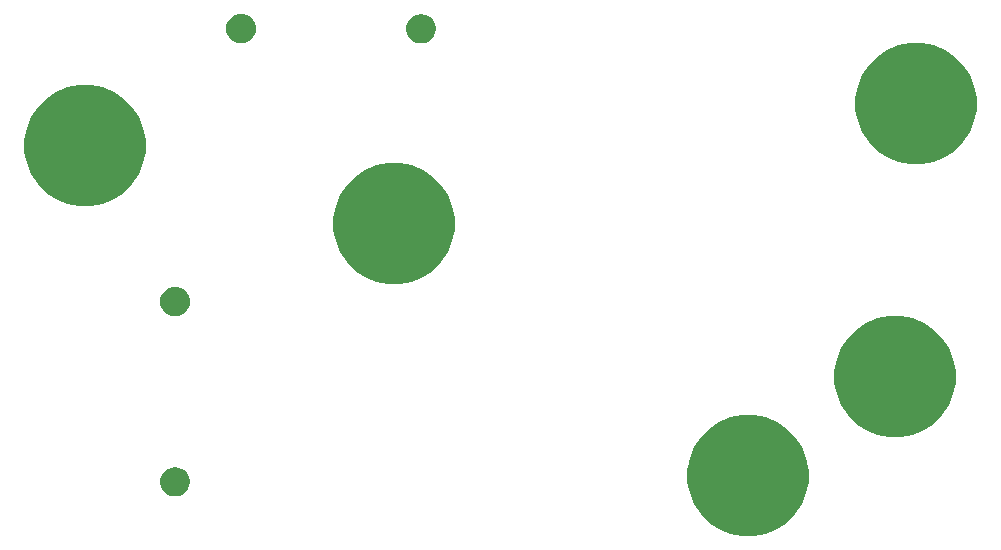
<source format=gbs>
G04 #@! TF.GenerationSoftware,KiCad,Pcbnew,(5.1.0)-1*
G04 #@! TF.CreationDate,2019-06-02T20:16:14+05:30*
G04 #@! TF.ProjectId,OpAmp,4f70416d-702e-46b6-9963-61645f706362,rev?*
G04 #@! TF.SameCoordinates,Original*
G04 #@! TF.FileFunction,Soldermask,Bot*
G04 #@! TF.FilePolarity,Negative*
%FSLAX46Y46*%
G04 Gerber Fmt 4.6, Leading zero omitted, Abs format (unit mm)*
G04 Created by KiCad (PCBNEW (5.1.0)-1) date 2019-06-02 20:16:14*
%MOMM*%
%LPD*%
G04 APERTURE LIST*
%ADD10C,0.100000*%
G04 APERTURE END LIST*
D10*
G36*
X154671009Y-111553591D02*
G01*
X155166658Y-111652181D01*
X156100440Y-112038967D01*
X156940822Y-112600492D01*
X157655508Y-113315178D01*
X158217033Y-114155560D01*
X158603819Y-115089342D01*
X158603819Y-115089344D01*
X158753731Y-115843000D01*
X158801000Y-116080641D01*
X158801000Y-117091359D01*
X158603819Y-118082658D01*
X158217033Y-119016440D01*
X157655508Y-119856822D01*
X156940822Y-120571508D01*
X156100440Y-121133033D01*
X155166658Y-121519819D01*
X154671008Y-121618410D01*
X154175361Y-121717000D01*
X153164639Y-121717000D01*
X152668992Y-121618410D01*
X152173342Y-121519819D01*
X151239560Y-121133033D01*
X150399178Y-120571508D01*
X149684492Y-119856822D01*
X149122967Y-119016440D01*
X148736181Y-118082658D01*
X148539000Y-117091359D01*
X148539000Y-116080641D01*
X148586270Y-115843000D01*
X148736181Y-115089344D01*
X148736181Y-115089342D01*
X149122967Y-114155560D01*
X149684492Y-113315178D01*
X150399178Y-112600492D01*
X151239560Y-112038967D01*
X152173342Y-111652181D01*
X152668991Y-111553591D01*
X153164639Y-111455000D01*
X154175361Y-111455000D01*
X154671009Y-111553591D01*
X154671009Y-111553591D01*
G37*
G36*
X105520903Y-115891075D02*
G01*
X105748571Y-115985378D01*
X105953466Y-116122285D01*
X106127715Y-116296534D01*
X106264622Y-116501429D01*
X106358925Y-116729097D01*
X106407000Y-116970787D01*
X106407000Y-117217213D01*
X106358925Y-117458903D01*
X106264622Y-117686571D01*
X106127715Y-117891466D01*
X105953466Y-118065715D01*
X105748571Y-118202622D01*
X105748570Y-118202623D01*
X105748569Y-118202623D01*
X105520903Y-118296925D01*
X105279214Y-118345000D01*
X105032786Y-118345000D01*
X104791097Y-118296925D01*
X104563431Y-118202623D01*
X104563430Y-118202623D01*
X104563429Y-118202622D01*
X104358534Y-118065715D01*
X104184285Y-117891466D01*
X104047378Y-117686571D01*
X103953075Y-117458903D01*
X103905000Y-117217213D01*
X103905000Y-116970787D01*
X103953075Y-116729097D01*
X104047378Y-116501429D01*
X104184285Y-116296534D01*
X104358534Y-116122285D01*
X104563429Y-115985378D01*
X104791097Y-115891075D01*
X105032786Y-115843000D01*
X105279214Y-115843000D01*
X105520903Y-115891075D01*
X105520903Y-115891075D01*
G37*
G36*
X167117009Y-103171591D02*
G01*
X167612658Y-103270181D01*
X168546440Y-103656967D01*
X169386822Y-104218492D01*
X170101508Y-104933178D01*
X170663033Y-105773560D01*
X171049819Y-106707342D01*
X171247000Y-107698641D01*
X171247000Y-108709359D01*
X171049819Y-109700658D01*
X170663033Y-110634440D01*
X170101508Y-111474822D01*
X169386822Y-112189508D01*
X168546440Y-112751033D01*
X167612658Y-113137819D01*
X167117009Y-113236409D01*
X166621361Y-113335000D01*
X165610639Y-113335000D01*
X165114991Y-113236409D01*
X164619342Y-113137819D01*
X163685560Y-112751033D01*
X162845178Y-112189508D01*
X162130492Y-111474822D01*
X161568967Y-110634440D01*
X161182181Y-109700658D01*
X160985000Y-108709359D01*
X160985000Y-107698641D01*
X161182181Y-106707342D01*
X161568967Y-105773560D01*
X162130492Y-104933178D01*
X162845178Y-104218492D01*
X163685560Y-103656967D01*
X164619342Y-103270181D01*
X165114992Y-103171590D01*
X165610639Y-103073000D01*
X166621361Y-103073000D01*
X167117009Y-103171591D01*
X167117009Y-103171591D01*
G37*
G36*
X105401239Y-100621101D02*
G01*
X105637053Y-100692634D01*
X105854381Y-100808799D01*
X106044871Y-100965129D01*
X106201201Y-101155619D01*
X106317366Y-101372947D01*
X106388899Y-101608761D01*
X106413053Y-101854000D01*
X106388899Y-102099239D01*
X106317366Y-102335053D01*
X106201201Y-102552381D01*
X106044871Y-102742871D01*
X105854381Y-102899201D01*
X105637053Y-103015366D01*
X105401239Y-103086899D01*
X105217457Y-103105000D01*
X105094543Y-103105000D01*
X104910761Y-103086899D01*
X104674947Y-103015366D01*
X104457619Y-102899201D01*
X104267129Y-102742871D01*
X104110799Y-102552381D01*
X103994634Y-102335053D01*
X103923101Y-102099239D01*
X103898947Y-101854000D01*
X103923101Y-101608761D01*
X103994634Y-101372947D01*
X104110799Y-101155619D01*
X104267129Y-100965129D01*
X104457619Y-100808799D01*
X104674947Y-100692634D01*
X104910761Y-100621101D01*
X105094543Y-100603000D01*
X105217457Y-100603000D01*
X105401239Y-100621101D01*
X105401239Y-100621101D01*
G37*
G36*
X124699009Y-90217591D02*
G01*
X125194658Y-90316181D01*
X126128440Y-90702967D01*
X126968822Y-91264492D01*
X127683508Y-91979178D01*
X128245033Y-92819560D01*
X128631819Y-93753342D01*
X128829000Y-94744641D01*
X128829000Y-95755359D01*
X128631819Y-96746658D01*
X128245033Y-97680440D01*
X127683508Y-98520822D01*
X126968822Y-99235508D01*
X126128440Y-99797033D01*
X125194658Y-100183819D01*
X124699008Y-100282410D01*
X124203361Y-100381000D01*
X123192639Y-100381000D01*
X122696992Y-100282410D01*
X122201342Y-100183819D01*
X121267560Y-99797033D01*
X120427178Y-99235508D01*
X119712492Y-98520822D01*
X119150967Y-97680440D01*
X118764181Y-96746658D01*
X118567000Y-95755359D01*
X118567000Y-94744641D01*
X118764181Y-93753342D01*
X119150967Y-92819560D01*
X119712492Y-91979178D01*
X120427178Y-91264492D01*
X121267560Y-90702967D01*
X122201342Y-90316181D01*
X122696992Y-90217590D01*
X123192639Y-90119000D01*
X124203361Y-90119000D01*
X124699009Y-90217591D01*
X124699009Y-90217591D01*
G37*
G36*
X98537009Y-83613591D02*
G01*
X99032658Y-83712181D01*
X99966440Y-84098967D01*
X100806822Y-84660492D01*
X101521508Y-85375178D01*
X102083033Y-86215560D01*
X102469819Y-87149342D01*
X102667000Y-88140641D01*
X102667000Y-89151359D01*
X102469819Y-90142658D01*
X102083033Y-91076440D01*
X101521508Y-91916822D01*
X100806822Y-92631508D01*
X99966440Y-93193033D01*
X99032658Y-93579819D01*
X98537008Y-93678410D01*
X98041361Y-93777000D01*
X97030639Y-93777000D01*
X96534992Y-93678410D01*
X96039342Y-93579819D01*
X95105560Y-93193033D01*
X94265178Y-92631508D01*
X93550492Y-91916822D01*
X92988967Y-91076440D01*
X92602181Y-90142658D01*
X92405000Y-89151359D01*
X92405000Y-88140641D01*
X92602181Y-87149342D01*
X92988967Y-86215560D01*
X93550492Y-85375178D01*
X94265178Y-84660492D01*
X95105560Y-84098967D01*
X96039342Y-83712181D01*
X96534991Y-83613591D01*
X97030639Y-83515000D01*
X98041361Y-83515000D01*
X98537009Y-83613591D01*
X98537009Y-83613591D01*
G37*
G36*
X168895009Y-80057591D02*
G01*
X169390658Y-80156181D01*
X170324440Y-80542967D01*
X171164822Y-81104492D01*
X171879508Y-81819178D01*
X172441033Y-82659560D01*
X172827819Y-83593342D01*
X173025000Y-84584641D01*
X173025000Y-85595359D01*
X172827819Y-86586658D01*
X172441033Y-87520440D01*
X171879508Y-88360822D01*
X171164822Y-89075508D01*
X170324440Y-89637033D01*
X169390658Y-90023819D01*
X168912149Y-90119000D01*
X168399361Y-90221000D01*
X167388639Y-90221000D01*
X166875851Y-90119000D01*
X166397342Y-90023819D01*
X165463560Y-89637033D01*
X164623178Y-89075508D01*
X163908492Y-88360822D01*
X163346967Y-87520440D01*
X162960181Y-86586658D01*
X162763000Y-85595359D01*
X162763000Y-84584641D01*
X162960181Y-83593342D01*
X163346967Y-82659560D01*
X163908492Y-81819178D01*
X164623178Y-81104492D01*
X165463560Y-80542967D01*
X166397342Y-80156181D01*
X166892991Y-80057591D01*
X167388639Y-79959000D01*
X168399361Y-79959000D01*
X168895009Y-80057591D01*
X168895009Y-80057591D01*
G37*
G36*
X126348903Y-77537075D02*
G01*
X126449236Y-77578634D01*
X126576571Y-77631378D01*
X126781466Y-77768285D01*
X126955715Y-77942534D01*
X127092622Y-78147429D01*
X127186925Y-78375097D01*
X127235000Y-78616787D01*
X127235000Y-78863213D01*
X127186925Y-79104903D01*
X127092622Y-79332571D01*
X126955715Y-79537466D01*
X126781466Y-79711715D01*
X126576571Y-79848622D01*
X126576570Y-79848623D01*
X126576569Y-79848623D01*
X126348903Y-79942925D01*
X126107214Y-79991000D01*
X125860786Y-79991000D01*
X125619097Y-79942925D01*
X125391431Y-79848623D01*
X125391430Y-79848623D01*
X125391429Y-79848622D01*
X125186534Y-79711715D01*
X125012285Y-79537466D01*
X124875378Y-79332571D01*
X124781075Y-79104903D01*
X124733000Y-78863213D01*
X124733000Y-78616787D01*
X124781075Y-78375097D01*
X124875378Y-78147429D01*
X125012285Y-77942534D01*
X125186534Y-77768285D01*
X125391429Y-77631378D01*
X125518765Y-77578634D01*
X125619097Y-77537075D01*
X125860786Y-77489000D01*
X126107214Y-77489000D01*
X126348903Y-77537075D01*
X126348903Y-77537075D01*
G37*
G36*
X110989239Y-77507101D02*
G01*
X111225053Y-77578634D01*
X111442381Y-77694799D01*
X111632871Y-77851129D01*
X111789201Y-78041619D01*
X111905366Y-78258947D01*
X111976899Y-78494761D01*
X112001053Y-78740000D01*
X111976899Y-78985239D01*
X111905366Y-79221053D01*
X111789201Y-79438381D01*
X111632871Y-79628871D01*
X111442381Y-79785201D01*
X111225053Y-79901366D01*
X110989239Y-79972899D01*
X110805457Y-79991000D01*
X110682543Y-79991000D01*
X110498761Y-79972899D01*
X110262947Y-79901366D01*
X110045619Y-79785201D01*
X109855129Y-79628871D01*
X109698799Y-79438381D01*
X109582634Y-79221053D01*
X109511101Y-78985239D01*
X109486947Y-78740000D01*
X109511101Y-78494761D01*
X109582634Y-78258947D01*
X109698799Y-78041619D01*
X109855129Y-77851129D01*
X110045619Y-77694799D01*
X110262947Y-77578634D01*
X110498761Y-77507101D01*
X110682543Y-77489000D01*
X110805457Y-77489000D01*
X110989239Y-77507101D01*
X110989239Y-77507101D01*
G37*
M02*

</source>
